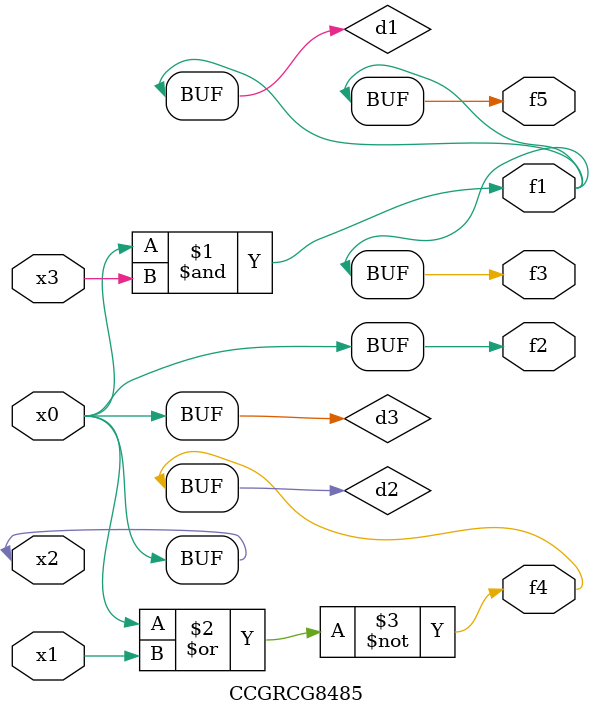
<source format=v>
module CCGRCG8485(
	input x0, x1, x2, x3,
	output f1, f2, f3, f4, f5
);

	wire d1, d2, d3;

	and (d1, x2, x3);
	nor (d2, x0, x1);
	buf (d3, x0, x2);
	assign f1 = d1;
	assign f2 = d3;
	assign f3 = d1;
	assign f4 = d2;
	assign f5 = d1;
endmodule

</source>
